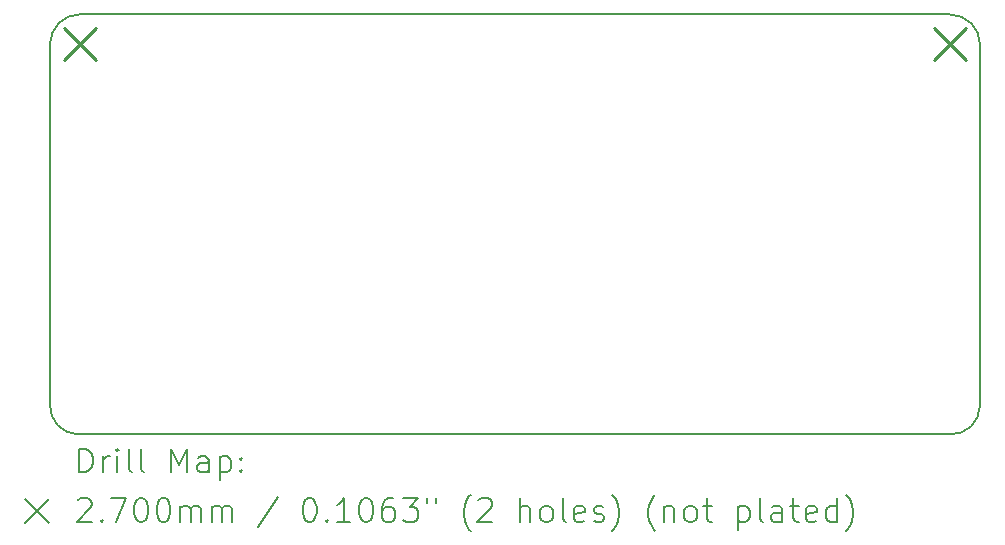
<source format=gbr>
%FSLAX45Y45*%
G04 Gerber Fmt 4.5, Leading zero omitted, Abs format (unit mm)*
G04 Created by KiCad (PCBNEW (6.0.5-0)) date 2022-06-07 21:39:39*
%MOMM*%
%LPD*%
G01*
G04 APERTURE LIST*
%TA.AperFunction,Profile*%
%ADD10C,0.150000*%
%TD*%
%TA.AperFunction,Profile*%
%ADD11C,0.200000*%
%TD*%
%ADD12C,0.200000*%
%ADD13C,0.270000*%
G04 APERTURE END LIST*
D10*
X12763500Y-9969500D02*
G75*
G03*
X13017500Y-9726395I10661J243105D01*
G01*
X5397500Y-6413500D02*
G75*
G03*
X5143500Y-6667500I0J-254000D01*
G01*
D11*
X13017500Y-6667500D02*
X13017500Y-9726395D01*
D10*
X13017500Y-6667500D02*
G75*
G03*
X12763500Y-6413500I-254000J0D01*
G01*
D11*
X12763500Y-9969500D02*
X5386605Y-9969500D01*
D10*
X5143500Y-9715500D02*
G75*
G03*
X5386605Y-9969500I243105J-10661D01*
G01*
D11*
X5397500Y-6413500D02*
X12763500Y-6413500D01*
X5143500Y-9715500D02*
X5143500Y-6667500D01*
D12*
D13*
X5262500Y-6532500D02*
X5532500Y-6802500D01*
X5532500Y-6532500D02*
X5262500Y-6802500D01*
X12628500Y-6532500D02*
X12898500Y-6802500D01*
X12898500Y-6532500D02*
X12628500Y-6802500D01*
D12*
X5391119Y-10289976D02*
X5391119Y-10089976D01*
X5438738Y-10089976D01*
X5467310Y-10099500D01*
X5486357Y-10118548D01*
X5495881Y-10137595D01*
X5505405Y-10175690D01*
X5505405Y-10204262D01*
X5495881Y-10242357D01*
X5486357Y-10261405D01*
X5467310Y-10280452D01*
X5438738Y-10289976D01*
X5391119Y-10289976D01*
X5591119Y-10289976D02*
X5591119Y-10156643D01*
X5591119Y-10194738D02*
X5600643Y-10175690D01*
X5610167Y-10166167D01*
X5629214Y-10156643D01*
X5648262Y-10156643D01*
X5714928Y-10289976D02*
X5714928Y-10156643D01*
X5714928Y-10089976D02*
X5705405Y-10099500D01*
X5714928Y-10109024D01*
X5724452Y-10099500D01*
X5714928Y-10089976D01*
X5714928Y-10109024D01*
X5838738Y-10289976D02*
X5819690Y-10280452D01*
X5810167Y-10261405D01*
X5810167Y-10089976D01*
X5943500Y-10289976D02*
X5924452Y-10280452D01*
X5914928Y-10261405D01*
X5914928Y-10089976D01*
X6172071Y-10289976D02*
X6172071Y-10089976D01*
X6238738Y-10232833D01*
X6305405Y-10089976D01*
X6305405Y-10289976D01*
X6486357Y-10289976D02*
X6486357Y-10185214D01*
X6476833Y-10166167D01*
X6457786Y-10156643D01*
X6419690Y-10156643D01*
X6400643Y-10166167D01*
X6486357Y-10280452D02*
X6467309Y-10289976D01*
X6419690Y-10289976D01*
X6400643Y-10280452D01*
X6391119Y-10261405D01*
X6391119Y-10242357D01*
X6400643Y-10223310D01*
X6419690Y-10213786D01*
X6467309Y-10213786D01*
X6486357Y-10204262D01*
X6581595Y-10156643D02*
X6581595Y-10356643D01*
X6581595Y-10166167D02*
X6600643Y-10156643D01*
X6638738Y-10156643D01*
X6657786Y-10166167D01*
X6667309Y-10175690D01*
X6676833Y-10194738D01*
X6676833Y-10251881D01*
X6667309Y-10270929D01*
X6657786Y-10280452D01*
X6638738Y-10289976D01*
X6600643Y-10289976D01*
X6581595Y-10280452D01*
X6762548Y-10270929D02*
X6772071Y-10280452D01*
X6762548Y-10289976D01*
X6753024Y-10280452D01*
X6762548Y-10270929D01*
X6762548Y-10289976D01*
X6762548Y-10166167D02*
X6772071Y-10175690D01*
X6762548Y-10185214D01*
X6753024Y-10175690D01*
X6762548Y-10166167D01*
X6762548Y-10185214D01*
X4933500Y-10519500D02*
X5133500Y-10719500D01*
X5133500Y-10519500D02*
X4933500Y-10719500D01*
X5381595Y-10529024D02*
X5391119Y-10519500D01*
X5410167Y-10509976D01*
X5457786Y-10509976D01*
X5476833Y-10519500D01*
X5486357Y-10529024D01*
X5495881Y-10548071D01*
X5495881Y-10567119D01*
X5486357Y-10595690D01*
X5372071Y-10709976D01*
X5495881Y-10709976D01*
X5581595Y-10690929D02*
X5591119Y-10700452D01*
X5581595Y-10709976D01*
X5572071Y-10700452D01*
X5581595Y-10690929D01*
X5581595Y-10709976D01*
X5657786Y-10509976D02*
X5791119Y-10509976D01*
X5705405Y-10709976D01*
X5905405Y-10509976D02*
X5924452Y-10509976D01*
X5943500Y-10519500D01*
X5953024Y-10529024D01*
X5962548Y-10548071D01*
X5972071Y-10586167D01*
X5972071Y-10633786D01*
X5962548Y-10671881D01*
X5953024Y-10690929D01*
X5943500Y-10700452D01*
X5924452Y-10709976D01*
X5905405Y-10709976D01*
X5886357Y-10700452D01*
X5876833Y-10690929D01*
X5867309Y-10671881D01*
X5857786Y-10633786D01*
X5857786Y-10586167D01*
X5867309Y-10548071D01*
X5876833Y-10529024D01*
X5886357Y-10519500D01*
X5905405Y-10509976D01*
X6095881Y-10509976D02*
X6114928Y-10509976D01*
X6133976Y-10519500D01*
X6143500Y-10529024D01*
X6153024Y-10548071D01*
X6162548Y-10586167D01*
X6162548Y-10633786D01*
X6153024Y-10671881D01*
X6143500Y-10690929D01*
X6133976Y-10700452D01*
X6114928Y-10709976D01*
X6095881Y-10709976D01*
X6076833Y-10700452D01*
X6067309Y-10690929D01*
X6057786Y-10671881D01*
X6048262Y-10633786D01*
X6048262Y-10586167D01*
X6057786Y-10548071D01*
X6067309Y-10529024D01*
X6076833Y-10519500D01*
X6095881Y-10509976D01*
X6248262Y-10709976D02*
X6248262Y-10576643D01*
X6248262Y-10595690D02*
X6257786Y-10586167D01*
X6276833Y-10576643D01*
X6305405Y-10576643D01*
X6324452Y-10586167D01*
X6333976Y-10605214D01*
X6333976Y-10709976D01*
X6333976Y-10605214D02*
X6343500Y-10586167D01*
X6362548Y-10576643D01*
X6391119Y-10576643D01*
X6410167Y-10586167D01*
X6419690Y-10605214D01*
X6419690Y-10709976D01*
X6514928Y-10709976D02*
X6514928Y-10576643D01*
X6514928Y-10595690D02*
X6524452Y-10586167D01*
X6543500Y-10576643D01*
X6572071Y-10576643D01*
X6591119Y-10586167D01*
X6600643Y-10605214D01*
X6600643Y-10709976D01*
X6600643Y-10605214D02*
X6610167Y-10586167D01*
X6629214Y-10576643D01*
X6657786Y-10576643D01*
X6676833Y-10586167D01*
X6686357Y-10605214D01*
X6686357Y-10709976D01*
X7076833Y-10500452D02*
X6905405Y-10757595D01*
X7333976Y-10509976D02*
X7353024Y-10509976D01*
X7372071Y-10519500D01*
X7381595Y-10529024D01*
X7391119Y-10548071D01*
X7400643Y-10586167D01*
X7400643Y-10633786D01*
X7391119Y-10671881D01*
X7381595Y-10690929D01*
X7372071Y-10700452D01*
X7353024Y-10709976D01*
X7333976Y-10709976D01*
X7314928Y-10700452D01*
X7305405Y-10690929D01*
X7295881Y-10671881D01*
X7286357Y-10633786D01*
X7286357Y-10586167D01*
X7295881Y-10548071D01*
X7305405Y-10529024D01*
X7314928Y-10519500D01*
X7333976Y-10509976D01*
X7486357Y-10690929D02*
X7495881Y-10700452D01*
X7486357Y-10709976D01*
X7476833Y-10700452D01*
X7486357Y-10690929D01*
X7486357Y-10709976D01*
X7686357Y-10709976D02*
X7572071Y-10709976D01*
X7629214Y-10709976D02*
X7629214Y-10509976D01*
X7610167Y-10538548D01*
X7591119Y-10557595D01*
X7572071Y-10567119D01*
X7810167Y-10509976D02*
X7829214Y-10509976D01*
X7848262Y-10519500D01*
X7857786Y-10529024D01*
X7867309Y-10548071D01*
X7876833Y-10586167D01*
X7876833Y-10633786D01*
X7867309Y-10671881D01*
X7857786Y-10690929D01*
X7848262Y-10700452D01*
X7829214Y-10709976D01*
X7810167Y-10709976D01*
X7791119Y-10700452D01*
X7781595Y-10690929D01*
X7772071Y-10671881D01*
X7762548Y-10633786D01*
X7762548Y-10586167D01*
X7772071Y-10548071D01*
X7781595Y-10529024D01*
X7791119Y-10519500D01*
X7810167Y-10509976D01*
X8048262Y-10509976D02*
X8010167Y-10509976D01*
X7991119Y-10519500D01*
X7981595Y-10529024D01*
X7962548Y-10557595D01*
X7953024Y-10595690D01*
X7953024Y-10671881D01*
X7962548Y-10690929D01*
X7972071Y-10700452D01*
X7991119Y-10709976D01*
X8029214Y-10709976D01*
X8048262Y-10700452D01*
X8057786Y-10690929D01*
X8067309Y-10671881D01*
X8067309Y-10624262D01*
X8057786Y-10605214D01*
X8048262Y-10595690D01*
X8029214Y-10586167D01*
X7991119Y-10586167D01*
X7972071Y-10595690D01*
X7962548Y-10605214D01*
X7953024Y-10624262D01*
X8133976Y-10509976D02*
X8257786Y-10509976D01*
X8191119Y-10586167D01*
X8219690Y-10586167D01*
X8238738Y-10595690D01*
X8248262Y-10605214D01*
X8257786Y-10624262D01*
X8257786Y-10671881D01*
X8248262Y-10690929D01*
X8238738Y-10700452D01*
X8219690Y-10709976D01*
X8162548Y-10709976D01*
X8143500Y-10700452D01*
X8133976Y-10690929D01*
X8333976Y-10509976D02*
X8333976Y-10548071D01*
X8410167Y-10509976D02*
X8410167Y-10548071D01*
X8705405Y-10786167D02*
X8695881Y-10776643D01*
X8676833Y-10748071D01*
X8667310Y-10729024D01*
X8657786Y-10700452D01*
X8648262Y-10652833D01*
X8648262Y-10614738D01*
X8657786Y-10567119D01*
X8667310Y-10538548D01*
X8676833Y-10519500D01*
X8695881Y-10490929D01*
X8705405Y-10481405D01*
X8772071Y-10529024D02*
X8781595Y-10519500D01*
X8800643Y-10509976D01*
X8848262Y-10509976D01*
X8867310Y-10519500D01*
X8876833Y-10529024D01*
X8886357Y-10548071D01*
X8886357Y-10567119D01*
X8876833Y-10595690D01*
X8762548Y-10709976D01*
X8886357Y-10709976D01*
X9124452Y-10709976D02*
X9124452Y-10509976D01*
X9210167Y-10709976D02*
X9210167Y-10605214D01*
X9200643Y-10586167D01*
X9181595Y-10576643D01*
X9153024Y-10576643D01*
X9133976Y-10586167D01*
X9124452Y-10595690D01*
X9333976Y-10709976D02*
X9314929Y-10700452D01*
X9305405Y-10690929D01*
X9295881Y-10671881D01*
X9295881Y-10614738D01*
X9305405Y-10595690D01*
X9314929Y-10586167D01*
X9333976Y-10576643D01*
X9362548Y-10576643D01*
X9381595Y-10586167D01*
X9391119Y-10595690D01*
X9400643Y-10614738D01*
X9400643Y-10671881D01*
X9391119Y-10690929D01*
X9381595Y-10700452D01*
X9362548Y-10709976D01*
X9333976Y-10709976D01*
X9514929Y-10709976D02*
X9495881Y-10700452D01*
X9486357Y-10681405D01*
X9486357Y-10509976D01*
X9667310Y-10700452D02*
X9648262Y-10709976D01*
X9610167Y-10709976D01*
X9591119Y-10700452D01*
X9581595Y-10681405D01*
X9581595Y-10605214D01*
X9591119Y-10586167D01*
X9610167Y-10576643D01*
X9648262Y-10576643D01*
X9667310Y-10586167D01*
X9676833Y-10605214D01*
X9676833Y-10624262D01*
X9581595Y-10643310D01*
X9753024Y-10700452D02*
X9772071Y-10709976D01*
X9810167Y-10709976D01*
X9829214Y-10700452D01*
X9838738Y-10681405D01*
X9838738Y-10671881D01*
X9829214Y-10652833D01*
X9810167Y-10643310D01*
X9781595Y-10643310D01*
X9762548Y-10633786D01*
X9753024Y-10614738D01*
X9753024Y-10605214D01*
X9762548Y-10586167D01*
X9781595Y-10576643D01*
X9810167Y-10576643D01*
X9829214Y-10586167D01*
X9905405Y-10786167D02*
X9914929Y-10776643D01*
X9933976Y-10748071D01*
X9943500Y-10729024D01*
X9953024Y-10700452D01*
X9962548Y-10652833D01*
X9962548Y-10614738D01*
X9953024Y-10567119D01*
X9943500Y-10538548D01*
X9933976Y-10519500D01*
X9914929Y-10490929D01*
X9905405Y-10481405D01*
X10267310Y-10786167D02*
X10257786Y-10776643D01*
X10238738Y-10748071D01*
X10229214Y-10729024D01*
X10219690Y-10700452D01*
X10210167Y-10652833D01*
X10210167Y-10614738D01*
X10219690Y-10567119D01*
X10229214Y-10538548D01*
X10238738Y-10519500D01*
X10257786Y-10490929D01*
X10267310Y-10481405D01*
X10343500Y-10576643D02*
X10343500Y-10709976D01*
X10343500Y-10595690D02*
X10353024Y-10586167D01*
X10372071Y-10576643D01*
X10400643Y-10576643D01*
X10419690Y-10586167D01*
X10429214Y-10605214D01*
X10429214Y-10709976D01*
X10553024Y-10709976D02*
X10533976Y-10700452D01*
X10524452Y-10690929D01*
X10514929Y-10671881D01*
X10514929Y-10614738D01*
X10524452Y-10595690D01*
X10533976Y-10586167D01*
X10553024Y-10576643D01*
X10581595Y-10576643D01*
X10600643Y-10586167D01*
X10610167Y-10595690D01*
X10619690Y-10614738D01*
X10619690Y-10671881D01*
X10610167Y-10690929D01*
X10600643Y-10700452D01*
X10581595Y-10709976D01*
X10553024Y-10709976D01*
X10676833Y-10576643D02*
X10753024Y-10576643D01*
X10705405Y-10509976D02*
X10705405Y-10681405D01*
X10714929Y-10700452D01*
X10733976Y-10709976D01*
X10753024Y-10709976D01*
X10972071Y-10576643D02*
X10972071Y-10776643D01*
X10972071Y-10586167D02*
X10991119Y-10576643D01*
X11029214Y-10576643D01*
X11048262Y-10586167D01*
X11057786Y-10595690D01*
X11067310Y-10614738D01*
X11067310Y-10671881D01*
X11057786Y-10690929D01*
X11048262Y-10700452D01*
X11029214Y-10709976D01*
X10991119Y-10709976D01*
X10972071Y-10700452D01*
X11181595Y-10709976D02*
X11162548Y-10700452D01*
X11153024Y-10681405D01*
X11153024Y-10509976D01*
X11343500Y-10709976D02*
X11343500Y-10605214D01*
X11333976Y-10586167D01*
X11314928Y-10576643D01*
X11276833Y-10576643D01*
X11257786Y-10586167D01*
X11343500Y-10700452D02*
X11324452Y-10709976D01*
X11276833Y-10709976D01*
X11257786Y-10700452D01*
X11248262Y-10681405D01*
X11248262Y-10662357D01*
X11257786Y-10643310D01*
X11276833Y-10633786D01*
X11324452Y-10633786D01*
X11343500Y-10624262D01*
X11410167Y-10576643D02*
X11486357Y-10576643D01*
X11438738Y-10509976D02*
X11438738Y-10681405D01*
X11448262Y-10700452D01*
X11467309Y-10709976D01*
X11486357Y-10709976D01*
X11629214Y-10700452D02*
X11610167Y-10709976D01*
X11572071Y-10709976D01*
X11553024Y-10700452D01*
X11543500Y-10681405D01*
X11543500Y-10605214D01*
X11553024Y-10586167D01*
X11572071Y-10576643D01*
X11610167Y-10576643D01*
X11629214Y-10586167D01*
X11638738Y-10605214D01*
X11638738Y-10624262D01*
X11543500Y-10643310D01*
X11810167Y-10709976D02*
X11810167Y-10509976D01*
X11810167Y-10700452D02*
X11791119Y-10709976D01*
X11753024Y-10709976D01*
X11733976Y-10700452D01*
X11724452Y-10690929D01*
X11714928Y-10671881D01*
X11714928Y-10614738D01*
X11724452Y-10595690D01*
X11733976Y-10586167D01*
X11753024Y-10576643D01*
X11791119Y-10576643D01*
X11810167Y-10586167D01*
X11886357Y-10786167D02*
X11895881Y-10776643D01*
X11914928Y-10748071D01*
X11924452Y-10729024D01*
X11933976Y-10700452D01*
X11943500Y-10652833D01*
X11943500Y-10614738D01*
X11933976Y-10567119D01*
X11924452Y-10538548D01*
X11914928Y-10519500D01*
X11895881Y-10490929D01*
X11886357Y-10481405D01*
M02*

</source>
